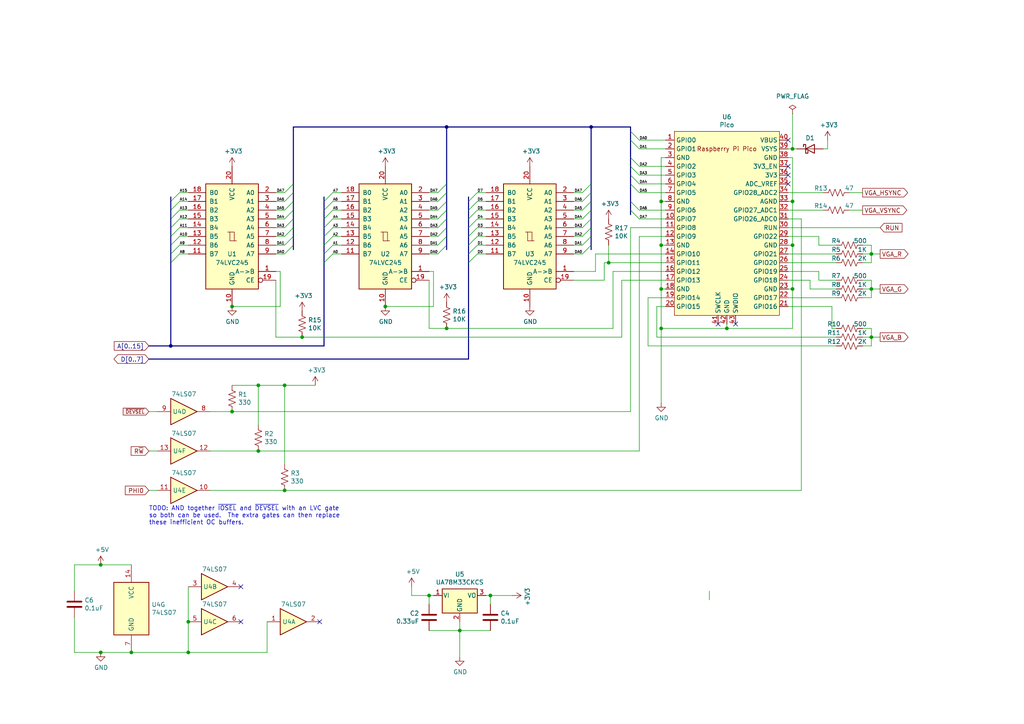
<source format=kicad_sch>
(kicad_sch (version 20211123) (generator eeschema)
  (paper "A4")
  (title_block (title "MPF-II VGA Card") (date "2022-09-07") (rev "A") (comment 1 "Licensed under CERN-OHL-P V2.0 (https://ohwr.org/cern_ohl_p_v2.txt)") (comment 2 "Copyright (c) 2021-2022 Mark Aikens") (comment 3 "Modified for MPF-II: The Random DIY (https://github.com/vitasam/mpf-ii_retro_6502)"))
  (lib_symbols
    (symbol "74xx:74LS07" (pin_names (offset 1.016))
      (property "Reference" "U" (at 0 1.27 0))
      (property "Value" "74LS07" (at 0 -1.27 0))
      (symbol "74LS07_1_0"
        (polyline (pts (xy -3.81 3.81) (xy -3.81 -3.81) (xy 3.81 0) (xy -3.81 3.81)) (stroke (width 0.254)) (fill (type background)))
        (pin input line (at -7.62 0 0) (length 3.81) (name "~") (number "1"))
        (pin open_collector line (at 7.62 0 180) (length 3.81) (name "~") (number "2"))
      )
      (symbol "74LS07_2_0"
        (polyline (pts (xy -3.81 3.81) (xy -3.81 -3.81) (xy 3.81 0) (xy -3.81 3.81)) (stroke (width 0.254)) (fill (type background)))
        (pin input line (at -7.62 0 0) (length 3.81) (name "~") (number "3"))
        (pin open_collector line (at 7.62 0 180) (length 3.81) (name "~") (number "4"))
      )
      (symbol "74LS07_3_0"
        (polyline (pts (xy -3.81 3.81) (xy -3.81 -3.81) (xy 3.81 0) (xy -3.81 3.81)) (stroke (width 0.254)) (fill (type background)))
        (pin input line (at -7.62 0 0) (length 3.81) (name "~") (number "5"))
        (pin open_collector line (at 7.62 0 180) (length 3.81) (name "~") (number "6"))
      )
      (symbol "74LS07_4_0"
        (polyline (pts (xy -3.81 3.81) (xy -3.81 -3.81) (xy 3.81 0) (xy -3.81 3.81)) (stroke (width 0.254)) (fill (type background)))
        (pin open_collector line (at 7.62 0 180) (length 3.81) (name "~") (number "8"))
        (pin input line (at -7.62 0 0) (length 3.81) (name "~") (number "9"))
      )
      (symbol "74LS07_5_0"
        (polyline (pts (xy -3.81 3.81) (xy -3.81 -3.81) (xy 3.81 0) (xy -3.81 3.81)) (stroke (width 0.254)) (fill (type background)))
        (pin open_collector line (at 7.62 0 180) (length 3.81) (name "~") (number "10"))
        (pin input line (at -7.62 0 0) (length 3.81) (name "~") (number "11"))
      )
      (symbol "74LS07_6_0"
        (polyline (pts (xy -3.81 3.81) (xy -3.81 -3.81) (xy 3.81 0) (xy -3.81 3.81)) (stroke (width 0.254)) (fill (type background)))
        (pin open_collector line (at 7.62 0 180) (length 3.81) (name "~") (number "12"))
        (pin input line (at -7.62 0 0) (length 3.81) (name "~") (number "13"))
      )
      (symbol "74LS07_7_0"
        (pin power_in line (at 0 12.7 270) (length 5.08) (name "VCC") (number "14"))
        (pin power_in line (at 0 -12.7 90) (length 5.08) (name "GND") (number "7"))
      )
      (symbol "74LS07_7_1"
        (rectangle (start -5.08 7.62) (end 5.08 -7.62) (stroke (width 0.254)) (fill (type background)))
      )
    )
    (symbol "74xx:74LS245" (pin_names (offset 1.016))
      (property "Reference" "U" (at -7.62 16.51 0))
      (property "Value" "74LS245" (at -7.62 -16.51 0))
      (symbol "74LS245_1_0"
        (polyline (pts (xy -0.635 -1.27) (xy -0.635 1.27) (xy 0.635 1.27)))
        (polyline (pts (xy -1.27 -1.27) (xy 0.635 -1.27) (xy 0.635 1.27) (xy 1.27 1.27)))
        (pin input line (at -12.7 -10.16 0) (length 5.08) (name "A->B") (number "1"))
        (pin power_in line (at 0 -20.32 90) (length 5.08) (name "GND") (number "10"))
        (pin tri_state line (at 12.7 -5.08 180) (length 5.08) (name "B7") (number "11"))
        (pin tri_state line (at 12.7 -2.54 180) (length 5.08) (name "B6") (number "12"))
        (pin tri_state line (at 12.7 0 180) (length 5.08) (name "B5") (number "13"))
        (pin tri_state line (at 12.7 2.54 180) (length 5.08) (name "B4") (number "14"))
        (pin tri_state line (at 12.7 5.08 180) (length 5.08) (name "B3") (number "15"))
        (pin tri_state line (at 12.7 7.62 180) (length 5.08) (name "B2") (number "16"))
        (pin tri_state line (at 12.7 10.16 180) (length 5.08) (name "B1") (number "17"))
        (pin tri_state line (at 12.7 12.7 180) (length 5.08) (name "B0") (number "18"))
        (pin input inverted (at -12.7 -12.7 0) (length 5.08) (name "CE") (number "19"))
        (pin tri_state line (at -12.7 12.7 0) (length 5.08) (name "A0") (number "2"))
        (pin power_in line (at 0 20.32 270) (length 5.08) (name "VCC") (number "20"))
        (pin tri_state line (at -12.7 10.16 0) (length 5.08) (name "A1") (number "3"))
        (pin tri_state line (at -12.7 7.62 0) (length 5.08) (name "A2") (number "4"))
        (pin tri_state line (at -12.7 5.08 0) (length 5.08) (name "A3") (number "5"))
        (pin tri_state line (at -12.7 2.54 0) (length 5.08) (name "A4") (number "6"))
        (pin tri_state line (at -12.7 0 0) (length 5.08) (name "A5") (number "7"))
        (pin tri_state line (at -12.7 -2.54 0) (length 5.08) (name "A6") (number "8"))
        (pin tri_state line (at -12.7 -5.08 0) (length 5.08) (name "A7") (number "9"))
      )
      (symbol "74LS245_1_1"
        (rectangle (start -7.62 15.24) (end 7.62 -15.24) (stroke (width 0.254)) (fill (type background)))
      )
    )
    (symbol "AppleVGA-rescue:+3.3V-power" (power) (pin_names (offset 0))
      (property "Value" "+3.3V-power" (at 0 3.556 0))
      (symbol "+3.3V-power_0_1"
        (polyline (pts (xy -0.762 1.27) (xy 0 2.54)))
        (polyline (pts (xy 0 0) (xy 0 2.54)))
        (polyline (pts (xy 0 2.54) (xy 0.762 1.27)))
      )
      (symbol "+3.3V-power_1_1"
        (pin power_in line (at 0 0 90) (length 0) hide (name "+3V3") (number "1"))
      )
    )
    (symbol "AppleVGA-rescue:Pico-MCU_RaspberryPi_and_Boards"
      (property "Reference" "U" (at -13.97 27.94 0))
      (property "Value" "Pico-MCU_RaspberryPi_and_Boards" (at 0 19.05 0))
      (symbol "Pico-MCU_RaspberryPi_and_Boards_0_0"
        (text "Raspberry Pi Pico" (at 0 21.59 0) (effects (font (size 1.27 1.27))))
      )
      (symbol "Pico-MCU_RaspberryPi_and_Boards_0_1"
        (rectangle (start -15.24 26.67) (end 15.24 -26.67) (fill (type background)))
      )
      (symbol "Pico-MCU_RaspberryPi_and_Boards_1_1"
        (pin bidirectional line (at -17.78 24.13 0) (length 2.54) (name "GPIO0") (number "1"))
        (pin bidirectional line (at -17.78 1.27 0) (length 2.54) (name "GPIO7") (number "10"))
        (pin bidirectional line (at -17.78 -1.27 0) (length 2.54) (name "GPIO8") (number "11"))
        (pin bidirectional line (at -17.78 -3.81 0) (length 2.54) (name "GPIO9") (number "12"))
        (pin power_in line (at -17.78 -6.35 0) (length 2.54) (name "GND") (number "13"))
        (pin bidirectional line (at -17.78 -8.89 0) (length 2.54) (name "GPIO10") (number "14"))
        (pin bidirectional line (at -17.78 -11.43 0) (length 2.54) (name "GPIO11") (number "15"))
        (pin bidirectional line (at -17.78 -13.97 0) (length 2.54) (name "GPIO12") (number "16"))
        (pin bidirectional line (at -17.78 -16.51 0) (length 2.54) (name "GPIO13") (number "17"))
        (pin power_in line (at -17.78 -19.05 0) (length 2.54) (name "GND") (number "18"))
        (pin bidirectional line (at -17.78 -21.59 0) (length 2.54) (name "GPIO14") (number "19"))
        (pin bidirectional line (at -17.78 21.59 0) (length 2.54) (name "GPIO1") (number "2"))
        (pin bidirectional line (at -17.78 -24.13 0) (length 2.54) (name "GPIO15") (number "20"))
        (pin bidirectional line (at 17.78 -24.13 180) (length 2.54) (name "GPIO16") (number "21"))
        (pin bidirectional line (at 17.78 -21.59 180) (length 2.54) (name "GPIO17") (number "22"))
        (pin power_in line (at 17.78 -19.05 180) (length 2.54) (name "GND") (number "23"))
        (pin bidirectional line (at 17.78 -16.51 180) (length 2.54) (name "GPIO18") (number "24"))
        (pin bidirectional line (at 17.78 -13.97 180) (length 2.54) (name "GPIO19") (number "25"))
        (pin bidirectional line (at 17.78 -11.43 180) (length 2.54) (name "GPIO20") (number "26"))
        (pin bidirectional line (at 17.78 -8.89 180) (length 2.54) (name "GPIO21") (number "27"))
        (pin power_in line (at 17.78 -6.35 180) (length 2.54) (name "GND") (number "28"))
        (pin bidirectional line (at 17.78 -3.81 180) (length 2.54) (name "GPIO22") (number "29"))
        (pin power_in line (at -17.78 19.05 0) (length 2.54) (name "GND") (number "3"))
        (pin input line (at 17.78 -1.27 180) (length 2.54) (name "RUN") (number "30"))
        (pin bidirectional line (at 17.78 1.27 180) (length 2.54) (name "GPIO26_ADC0") (number "31"))
        (pin bidirectional line (at 17.78 3.81 180) (length 2.54) (name "GPIO27_ADC1") (number "32"))
        (pin power_in line (at 17.78 6.35 180) (length 2.54) (name "AGND") (number "33"))
        (pin bidirectional line (at 17.78 8.89 180) (length 2.54) (name "GPIO28_ADC2") (number "34"))
        (pin power_in line (at 17.78 11.43 180) (length 2.54) (name "ADC_VREF") (number "35"))
        (pin power_in line (at 17.78 13.97 180) (length 2.54) (name "3V3") (number "36"))
        (pin input line (at 17.78 16.51 180) (length 2.54) (name "3V3_EN") (number "37"))
        (pin bidirectional line (at 17.78 19.05 180) (length 2.54) (name "GND") (number "38"))
        (pin power_in line (at 17.78 21.59 180) (length 2.54) (name "VSYS") (number "39"))
        (pin bidirectional line (at -17.78 16.51 0) (length 2.54) (name "GPIO2") (number "4"))
        (pin power_in line (at 17.78 24.13 180) (length 2.54) (name "VBUS") (number "40"))
        (pin input line (at -2.54 -29.21 90) (length 2.54) (name "SWCLK") (number "41"))
        (pin power_in line (at 0 -29.21 90) (length 2.54) (name "GND") (number "42"))
        (pin bidirectional line (at 2.54 -29.21 90) (length 2.54) (name "SWDIO") (number "43"))
        (pin bidirectional line (at -17.78 13.97 0) (length 2.54) (name "GPIO3") (number "5"))
        (pin bidirectional line (at -17.78 11.43 0) (length 2.54) (name "GPIO4") (number "6"))
        (pin bidirectional line (at -17.78 8.89 0) (length 2.54) (name "GPIO5") (number "7"))
        (pin power_in line (at -17.78 6.35 0) (length 2.54) (name "GND") (number "8"))
        (pin bidirectional line (at -17.78 3.81 0) (length 2.54) (name "GPIO6") (number "9"))
      )
    )
    (symbol "Device:C" (pin_numbers hide) (pin_names (offset 0.254))
      (property "Reference" "C" (at 0.635 2.54 0))
      (property "Value" "C" (at 0.635 -2.54 0))
      (symbol "C_0_1"
        (polyline (pts (xy -2.032 -0.762) (xy 2.032 -0.762)) (stroke (width 0.508)))
        (polyline (pts (xy -2.032 0.762) (xy 2.032 0.762)) (stroke (width 0.508)))
      )
      (symbol "C_1_1"
        (pin passive line (at 0 3.81 270) (length 2.794) (name "~") (number "1"))
        (pin passive line (at 0 -3.81 90) (length 2.794) (name "~") (number "2"))
      )
    )
    (symbol "Device:D_Schottky" (pin_numbers hide) (pin_names (offset 1.016) hide)
      (property "Reference" "D" (at 0 2.54 0))
      (property "Value" "D_Schottky" (at 0 -2.54 0))
      (symbol "D_Schottky_0_1"
        (polyline (pts (xy 1.27 0) (xy -1.27 0)))
        (polyline (pts (xy 1.27 1.27) (xy 1.27 -1.27) (xy -1.27 0) (xy 1.27 1.27)) (stroke (width 0.254)))
        (polyline (pts (xy -1.905 0.635) (xy -1.905 1.27) (xy -1.27 1.27) (xy -1.27 -1.27) (xy -0.635 -1.27) (xy -0.635 -0.635)) (stroke (width 0.254)))
      )
      (symbol "D_Schottky_1_1"
        (pin passive line (at -3.81 0 0) (length 2.54) (name "K") (number "1"))
        (pin passive line (at 3.81 0 180) (length 2.54) (name "A") (number "2"))
      )
    )
    (symbol "Device:R_US" (pin_numbers hide) (pin_names (offset 0))
      (property "Reference" "R" (at 2.54 0 90))
      (property "Value" "R_US" (at -2.54 0 90))
      (symbol "R_US_0_1"
        (polyline (pts (xy 0 -2.286) (xy 0 -2.54)))
        (polyline (pts (xy 0 2.286) (xy 0 2.54)))
        (polyline (pts (xy 0 -0.762) (xy 1.016 -1.143) (xy 0 -1.524) (xy -1.016 -1.905) (xy 0 -2.286)))
        (polyline (pts (xy 0 0.762) (xy 1.016 0.381) (xy 0 0) (xy -1.016 -0.381) (xy 0 -0.762)))
        (polyline (pts (xy 0 2.286) (xy 1.016 1.905) (xy 0 1.524) (xy -1.016 1.143) (xy 0 0.762)))
      )
      (symbol "R_US_1_1"
        (pin passive line (at 0 3.81 270) (length 1.27) (name "~") (number "1"))
        (pin passive line (at 0 -3.81 90) (length 1.27) (name "~") (number "2"))
      )
    )
    (symbol "Regulator_Linear:LF33_TO220" (pin_names (offset 0.254))
      (property "Reference" "U" (at -3.81 3.175 0))
      (property "Value" "LF33_TO220" (at 0 3.175 0))
      (symbol "LF33_TO220_0_1"
        (rectangle (start -5.08 1.905) (end 5.08 -5.08) (stroke (width 0.254)) (fill (type background)))
      )
      (symbol "LF33_TO220_1_1"
        (pin power_in line (at -7.62 0 0) (length 2.54) (name "VI") (number "1"))
        (pin power_in line (at 0 -7.62 90) (length 2.54) (name "GND") (number "2"))
        (pin power_out line (at 7.62 0 180) (length 2.54) (name "VO") (number "3"))
      )
    )
    (symbol "power:+5V" (power) (pin_names (offset 0))
      (property "Value" "+5V" (at 0 3.556 0))
      (symbol "+5V_0_1"
        (polyline (pts (xy -0.762 1.27) (xy 0 2.54)))
        (polyline (pts (xy 0 0) (xy 0 2.54)))
        (polyline (pts (xy 0 2.54) (xy 0.762 1.27)))
      )
      (symbol "+5V_1_1"
        (pin power_in line (at 0 0 90) (length 0) hide (name "+5V") (number "1"))
      )
    )
    (symbol "power:GND" (power) (pin_names (offset 0))
      (property "Value" "GND" (at 0 -3.81 0))
      (symbol "GND_0_1"
        (polyline (pts (xy 0 0) (xy 0 -1.27) (xy 1.27 -1.27) (xy 0 -2.54) (xy -1.27 -1.27) (xy 0 -1.27)))
      )
      (symbol "GND_1_1"
        (pin power_in line (at 0 0 270) (length 0) hide (name "GND") (number "1"))
      )
    )
    (symbol "power:PWR_FLAG" (power) (pin_numbers hide) (pin_names (offset 0) hide)
      (property "Value" "PWR_FLAG" (at 0 3.81 0))
      (symbol "PWR_FLAG_0_0"
        (pin power_out line (at 0 0 90) (length 0) (name "pwr") (number "1"))
      )
      (symbol "PWR_FLAG_0_1"
        (polyline (pts (xy 0 0) (xy 0 1.27) (xy -1.016 1.905) (xy 0 2.54) (xy 1.016 1.905) (xy 0 1.27)))
      )
    )
  )
  (junction (at 38.1 189.23))
  (junction (at 74.93 111.76))
  (junction (at 67.31 88.9))
  (junction (at 129.54 36.83))
  (junction (at 142.24 172.72))
  (junction (at 54.61 180.34))
  (junction (at 49.53 100.33))
  (junction (at 87.63 97.79))
  (junction (at 176.53 76.2))
  (junction (at 191.77 58.42))
  (junction (at 191.77 95.25))
  (junction (at 252.73 83.82))
  (junction (at 29.21 163.83))
  (junction (at 191.77 83.82))
  (junction (at 191.77 71.12))
  (junction (at 82.55 142.24))
  (junction (at 29.21 189.23))
  (junction (at 229.87 71.12))
  (junction (at 229.87 58.42))
  (junction (at 74.93 130.81))
  (junction (at 210.82 95.25))
  (junction (at 171.45 36.83))
  (junction (at 129.54 95.25))
  (junction (at 124.46 172.72))
  (junction (at 252.73 73.66))
  (junction (at 111.76 88.9))
  (junction (at 82.55 111.76))
  (junction (at 229.87 83.82))
  (junction (at 54.61 189.23))
  (junction (at 67.31 119.38))
  (junction (at 252.73 97.79))
  (junction (at 133.35 182.88))
  (junction (at 229.87 43.18))
  (no_connect (at 228.6 48.26))
  (no_connect (at 213.36 93.98))
  (no_connect (at 228.6 40.64))
  (no_connect (at 69.85 180.34))
  (no_connect (at 228.6 53.34))
  (no_connect (at 92.71 180.34))
  (no_connect (at 69.85 170.18))
  (no_connect (at 208.28 93.98))
  (no_connect (at 228.6 50.8))
  (bus_entry (at 185.42 63.5) (size -2.54 -2.54))
  (bus_entry (at 135.89 63.5) (size 2.54 -2.54))
  (bus_entry (at 49.53 68.58) (size 2.54 -2.54))
  (bus_entry (at 93.98 66.04) (size 2.54 -2.54))
  (bus_entry (at 93.98 68.58) (size 2.54 -2.54))
  (bus_entry (at 185.42 48.26) (size -2.54 -2.54))
  (bus_entry (at 135.89 71.12) (size 2.54 -2.54))
  (bus_entry (at 82.55 55.88) (size 2.54 -2.54))
  (bus_entry (at 127 55.88) (size 2.54 -2.54))
  (bus_entry (at 49.53 63.5) (size 2.54 -2.54))
  (bus_entry (at 127 63.5) (size 2.54 -2.54))
  (bus_entry (at 93.98 58.42) (size 2.54 -2.54))
  (bus_entry (at 185.42 40.64) (size -2.54 -2.54))
  (bus_entry (at 185.42 55.88) (size -2.54 -2.54))
  (bus_entry (at 135.89 66.04) (size 2.54 -2.54))
  (bus_entry (at 127 68.58) (size 2.54 -2.54))
  (bus_entry (at 93.98 73.66) (size 2.54 -2.54))
  (bus_entry (at 185.42 43.18) (size -2.54 -2.54))
  (bus_entry (at 127 71.12) (size 2.54 -2.54))
  (bus_entry (at 49.53 71.12) (size 2.54 -2.54))
  (bus_entry (at 82.55 63.5) (size 2.54 -2.54))
  (bus_entry (at 93.98 71.12) (size 2.54 -2.54))
  (bus_entry (at 168.91 58.42) (size 2.54 -2.54))
  (bus_entry (at 168.91 68.58) (size 2.54 -2.54))
  (bus_entry (at 135.89 76.2) (size 2.54 -2.54))
  (bus_entry (at 93.98 63.5) (size 2.54 -2.54))
  (bus_entry (at 168.91 66.04) (size 2.54 -2.54))
  (bus_entry (at 82.55 60.96) (size 2.54 -2.54))
  (bus_entry (at 185.42 50.8) (size -2.54 -2.54))
  (bus_entry (at 168.91 60.96) (size 2.54 -2.54))
  (bus_entry (at 127 73.66) (size 2.54 -2.54))
  (bus_entry (at 127 60.96) (size 2.54 -2.54))
  (bus_entry (at 135.89 68.58) (size 2.54 -2.54))
  (bus_entry (at 135.89 58.42) (size 2.54 -2.54))
  (bus_entry (at 82.55 68.58) (size 2.54 -2.54))
  (bus_entry (at 135.89 60.96) (size 2.54 -2.54))
  (bus_entry (at 82.55 58.42) (size 2.54 -2.54))
  (bus_entry (at 49.53 73.66) (size 2.54 -2.54))
  (bus_entry (at 168.91 71.12) (size 2.54 -2.54))
  (bus_entry (at 93.98 60.96) (size 2.54 -2.54))
  (bus_entry (at 82.55 71.12) (size 2.54 -2.54))
  (bus_entry (at 185.42 60.96) (size -2.54 -2.54))
  (bus_entry (at 185.42 53.34) (size -2.54 -2.54))
  (bus_entry (at 82.55 66.04) (size 2.54 -2.54))
  (bus_entry (at 49.53 66.04) (size 2.54 -2.54))
  (bus_entry (at 168.91 55.88) (size 2.54 -2.54))
  (bus_entry (at 93.98 76.2) (size 2.54 -2.54))
  (bus_entry (at 82.55 73.66) (size 2.54 -2.54))
  (bus_entry (at 168.91 73.66) (size 2.54 -2.54))
  (bus_entry (at 127 58.42) (size 2.54 -2.54))
  (bus_entry (at 135.89 73.66) (size 2.54 -2.54))
  (bus_entry (at 127 66.04) (size 2.54 -2.54))
  (bus_entry (at 168.91 63.5) (size 2.54 -2.54))
  (bus_entry (at 49.53 76.2) (size 2.54 -2.54))
  (bus_entry (at 49.53 60.96) (size 2.54 -2.54))
  (bus_entry (at 49.53 58.42) (size 2.54 -2.54))
  (wire (pts (xy 29.21 189.23) (xy 38.1 189.23)))
  (wire (pts (xy 172.72 73.66) (xy 193.04 73.66)))
  (wire (pts (xy 229.87 83.82) (xy 229.87 71.12)))
  (bus (pts (xy 182.88 36.83) (xy 182.88 38.1)))
  (wire (pts (xy 250.19 81.28) (xy 252.73 81.28)))
  (bus (pts (xy 93.98 63.5) (xy 93.98 66.04)))
  (wire (pts (xy 52.07 68.58) (xy 54.61 68.58)))
  (bus (pts (xy 135.89 66.04) (xy 135.89 68.58)))
  (wire (pts (xy 77.47 189.23) (xy 77.47 180.34)))
  (wire (pts (xy 252.73 81.28) (xy 252.73 83.82)))
  (bus (pts (xy 85.09 36.83) (xy 129.54 36.83)))
  (wire (pts (xy 228.6 73.66) (xy 242.57 73.66)))
  (wire (pts (xy 45.72 142.24) (xy 43.18 142.24)))
  (wire (pts (xy 252.73 83.82) (xy 250.19 83.82)))
  (wire (pts (xy 255.27 73.66) (xy 252.73 73.66)))
  (bus (pts (xy 182.88 58.42) (xy 182.88 60.96)))
  (bus (pts (xy 135.89 76.2) (xy 135.89 104.14)))
  (bus (pts (xy 129.54 63.5) (xy 129.54 66.04)))
  (wire (pts (xy 229.87 71.12) (xy 228.6 71.12)))
  (wire (pts (xy 140.97 71.12) (xy 138.43 71.12)))
  (wire (pts (xy 140.97 172.72) (xy 142.24 172.72)))
  (wire (pts (xy 191.77 95.25) (xy 191.77 83.82)))
  (wire (pts (xy 242.57 81.28) (xy 237.49 81.28)))
  (wire (pts (xy 54.61 180.34) (xy 54.61 189.23)))
  (wire (pts (xy 166.37 81.28) (xy 175.26 81.28)))
  (wire (pts (xy 190.5 88.9) (xy 193.04 88.9)))
  (wire (pts (xy 185.42 63.5) (xy 193.04 63.5)))
  (wire (pts (xy 82.55 73.66) (xy 80.01 73.66)))
  (wire (pts (xy 82.55 111.76) (xy 82.55 134.62)))
  (wire (pts (xy 228.6 76.2) (xy 242.57 76.2)))
  (wire (pts (xy 191.77 83.82) (xy 191.77 71.12)))
  (wire (pts (xy 99.06 71.12) (xy 96.52 71.12)))
  (bus (pts (xy 135.89 71.12) (xy 135.89 73.66)))
  (wire (pts (xy 237.49 71.12) (xy 237.49 68.58)))
  (wire (pts (xy 140.97 58.42) (xy 138.43 58.42)))
  (bus (pts (xy 182.88 50.8) (xy 182.88 53.34)))
  (wire (pts (xy 176.53 76.2) (xy 193.04 76.2)))
  (wire (pts (xy 140.97 55.88) (xy 138.43 55.88)))
  (wire (pts (xy 80.01 97.79) (xy 87.63 97.79)))
  (wire (pts (xy 60.96 119.38) (xy 67.31 119.38)))
  (wire (pts (xy 127 68.58) (xy 124.46 68.58)))
  (wire (pts (xy 250.19 55.88) (xy 246.38 55.88)))
  (wire (pts (xy 52.07 71.12) (xy 54.61 71.12)))
  (wire (pts (xy 252.73 86.36) (xy 252.73 83.82)))
  (bus (pts (xy 182.88 40.64) (xy 182.88 45.72)))
  (wire (pts (xy 176.53 71.12) (xy 176.53 76.2)))
  (wire (pts (xy 129.54 95.25) (xy 177.8 95.25)))
  (bus (pts (xy 129.54 66.04) (xy 129.54 68.58)))
  (bus (pts (xy 171.45 36.83) (xy 182.88 36.83)))
  (wire (pts (xy 52.07 63.5) (xy 54.61 63.5)))
  (wire (pts (xy 80.01 71.12) (xy 82.55 71.12)))
  (wire (pts (xy 185.42 68.58) (xy 193.04 68.58)))
  (bus (pts (xy 182.88 53.34) (xy 182.88 58.42)))
  (bus (pts (xy 129.54 36.83) (xy 171.45 36.83)))
  (wire (pts (xy 185.42 60.96) (xy 193.04 60.96)))
  (wire (pts (xy 124.46 95.25) (xy 129.54 95.25)))
  (wire (pts (xy 241.3 95.25) (xy 242.57 95.25)))
  (wire (pts (xy 52.07 73.66) (xy 54.61 73.66)))
  (wire (pts (xy 99.06 58.42) (xy 96.52 58.42)))
  (wire (pts (xy 255.27 97.79) (xy 252.73 97.79)))
  (wire (pts (xy 140.97 68.58) (xy 138.43 68.58)))
  (wire (pts (xy 234.95 81.28) (xy 228.6 81.28)))
  (wire (pts (xy 252.73 97.79) (xy 250.19 97.79)))
  (wire (pts (xy 191.77 58.42) (xy 193.04 58.42)))
  (wire (pts (xy 168.91 66.04) (xy 166.37 66.04)))
  (bus (pts (xy 49.53 68.58) (xy 49.53 71.12)))
  (wire (pts (xy 205.74 171.45) (xy 205.74 173.99)))
  (wire (pts (xy 99.06 60.96) (xy 96.52 60.96)))
  (wire (pts (xy 52.07 60.96) (xy 54.61 60.96)))
  (wire (pts (xy 250.19 76.2) (xy 252.73 76.2)))
  (wire (pts (xy 87.63 97.79) (xy 180.34 97.79)))
  (wire (pts (xy 193.04 50.8) (xy 185.42 50.8)))
  (wire (pts (xy 250.19 100.33) (xy 252.73 100.33)))
  (wire (pts (xy 124.46 172.72) (xy 119.38 172.72)))
  (wire (pts (xy 185.42 53.34) (xy 193.04 53.34)))
  (bus (pts (xy 171.45 63.5) (xy 171.45 66.04)))
  (wire (pts (xy 124.46 81.28) (xy 124.46 95.25)))
  (wire (pts (xy 168.91 71.12) (xy 166.37 71.12)))
  (bus (pts (xy 85.09 55.88) (xy 85.09 58.42)))
  (wire (pts (xy 82.55 55.88) (xy 80.01 55.88)))
  (wire (pts (xy 185.42 55.88) (xy 193.04 55.88)))
  (wire (pts (xy 187.96 86.36) (xy 193.04 86.36)))
  (wire (pts (xy 82.55 66.04) (xy 80.01 66.04)))
  (wire (pts (xy 240.03 40.64) (xy 240.03 43.18)))
  (bus (pts (xy 85.09 53.34) (xy 85.09 55.88)))
  (wire (pts (xy 168.91 58.42) (xy 166.37 58.42)))
  (bus (pts (xy 93.98 68.58) (xy 93.98 71.12)))
  (bus (pts (xy 85.09 66.04) (xy 85.09 68.58)))
  (wire (pts (xy 166.37 73.66) (xy 168.91 73.66)))
  (wire (pts (xy 190.5 97.79) (xy 242.57 97.79)))
  (wire (pts (xy 166.37 78.74) (xy 172.72 78.74)))
  (wire (pts (xy 142.24 172.72) (xy 142.24 175.26)))
  (wire (pts (xy 67.31 119.38) (xy 182.88 119.38)))
  (wire (pts (xy 82.55 63.5) (xy 80.01 63.5)))
  (wire (pts (xy 133.35 182.88) (xy 133.35 190.5)))
  (wire (pts (xy 210.82 95.25) (xy 229.87 95.25)))
  (wire (pts (xy 187.96 100.33) (xy 242.57 100.33)))
  (wire (pts (xy 127 71.12) (xy 124.46 71.12)))
  (bus (pts (xy 171.45 55.88) (xy 171.45 58.42)))
  (bus (pts (xy 129.54 36.83) (xy 129.54 53.34)))
  (wire (pts (xy 67.31 111.76) (xy 74.93 111.76)))
  (wire (pts (xy 99.06 55.88) (xy 96.52 55.88)))
  (bus (pts (xy 49.53 100.33) (xy 93.98 100.33)))
  (bus (pts (xy 182.88 48.26) (xy 182.88 50.8)))
  (wire (pts (xy 191.77 71.12) (xy 191.77 58.42)))
  (wire (pts (xy 140.97 66.04) (xy 138.43 66.04)))
  (wire (pts (xy 125.73 172.72) (xy 124.46 172.72)))
  (wire (pts (xy 29.21 163.83) (xy 38.1 163.83)))
  (wire (pts (xy 180.34 81.28) (xy 193.04 81.28)))
  (wire (pts (xy 52.07 55.88) (xy 54.61 55.88)))
  (bus (pts (xy 93.98 58.42) (xy 93.98 60.96)))
  (wire (pts (xy 80.01 78.74) (xy 81.28 78.74)))
  (wire (pts (xy 127 73.66) (xy 124.46 73.66)))
  (wire (pts (xy 99.06 66.04) (xy 96.52 66.04)))
  (wire (pts (xy 99.06 63.5) (xy 96.52 63.5)))
  (wire (pts (xy 133.35 182.88) (xy 133.35 180.34)))
  (bus (pts (xy 135.89 57.15) (xy 135.89 58.42)))
  (wire (pts (xy 74.93 111.76) (xy 74.93 123.19)))
  (wire (pts (xy 82.55 142.24) (xy 232.41 142.24)))
  (wire (pts (xy 250.19 86.36) (xy 252.73 86.36)))
  (bus (pts (xy 135.89 58.42) (xy 135.89 60.96)))
  (wire (pts (xy 82.55 60.96) (xy 80.01 60.96)))
  (wire (pts (xy 234.95 83.82) (xy 242.57 83.82)))
  (wire (pts (xy 241.3 88.9) (xy 241.3 95.25)))
  (wire (pts (xy 74.93 111.76) (xy 82.55 111.76)))
  (bus (pts (xy 129.54 58.42) (xy 129.54 60.96)))
  (wire (pts (xy 185.42 68.58) (xy 185.42 130.81)))
  (bus (pts (xy 93.98 57.15) (xy 93.98 58.42)))
  (wire (pts (xy 237.49 78.74) (xy 228.6 78.74)))
  (bus (pts (xy 182.88 60.96) (xy 182.88 62.23)))
  (wire (pts (xy 237.49 81.28) (xy 237.49 78.74)))
  (wire (pts (xy 127 63.5) (xy 124.46 63.5)))
  (wire (pts (xy 252.73 95.25) (xy 252.73 97.79)))
  (wire (pts (xy 191.77 58.42) (xy 191.77 45.72)))
  (wire (pts (xy 210.82 95.25) (xy 210.82 93.98)))
  (wire (pts (xy 237.49 68.58) (xy 228.6 68.58)))
  (wire (pts (xy 229.87 45.72) (xy 228.6 45.72)))
  (wire (pts (xy 140.97 63.5) (xy 138.43 63.5)))
  (wire (pts (xy 127 66.04) (xy 124.46 66.04)))
  (bus (pts (xy 93.98 60.96) (xy 93.98 63.5)))
  (wire (pts (xy 175.26 76.2) (xy 175.26 81.28)))
  (wire (pts (xy 38.1 189.23) (xy 54.61 189.23)))
  (bus (pts (xy 171.45 58.42) (xy 171.45 60.96)))
  (wire (pts (xy 52.07 66.04) (xy 54.61 66.04)))
  (wire (pts (xy 241.3 88.9) (xy 228.6 88.9)))
  (bus (pts (xy 135.89 73.66) (xy 135.89 76.2)))
  (wire (pts (xy 125.73 88.9) (xy 111.76 88.9)))
  (wire (pts (xy 187.96 100.33) (xy 187.96 86.36)))
  (bus (pts (xy 135.89 68.58) (xy 135.89 71.12)))
  (bus (pts (xy 43.18 100.33) (xy 49.53 100.33)))
  (wire (pts (xy 74.93 130.81) (xy 185.42 130.81)))
  (bus (pts (xy 135.89 60.96) (xy 135.89 63.5)))
  (wire (pts (xy 255.27 83.82) (xy 252.73 83.82)))
  (wire (pts (xy 21.59 163.83) (xy 29.21 163.83)))
  (wire (pts (xy 81.28 78.74) (xy 81.28 88.9)))
  (wire (pts (xy 182.88 66.04) (xy 182.88 119.38)))
  (bus (pts (xy 182.88 45.72) (xy 182.88 48.26)))
  (wire (pts (xy 142.24 182.88) (xy 133.35 182.88)))
  (wire (pts (xy 191.77 45.72) (xy 193.04 45.72)))
  (bus (pts (xy 93.98 66.04) (xy 93.98 68.58)))
  (wire (pts (xy 82.55 68.58) (xy 80.01 68.58)))
  (wire (pts (xy 237.49 71.12) (xy 242.57 71.12)))
  (wire (pts (xy 124.46 172.72) (xy 124.46 175.26)))
  (bus (pts (xy 85.09 60.96) (xy 85.09 63.5)))
  (wire (pts (xy 229.87 58.42) (xy 229.87 45.72)))
  (wire (pts (xy 172.72 73.66) (xy 172.72 78.74)))
  (wire (pts (xy 119.38 172.72) (xy 119.38 170.18)))
  (wire (pts (xy 238.76 60.96) (xy 228.6 60.96)))
  (wire (pts (xy 60.96 130.81) (xy 74.93 130.81)))
  (wire (pts (xy 52.07 58.42) (xy 54.61 58.42)))
  (wire (pts (xy 229.87 43.18) (xy 228.6 43.18)))
  (bus (pts (xy 85.09 68.58) (xy 85.09 71.12)))
  (wire (pts (xy 250.19 71.12) (xy 252.73 71.12)))
  (wire (pts (xy 127 55.88) (xy 124.46 55.88)))
  (bus (pts (xy 129.54 60.96) (xy 129.54 63.5)))
  (wire (pts (xy 252.73 73.66) (xy 250.19 73.66)))
  (wire (pts (xy 81.28 88.9) (xy 67.31 88.9)))
  (wire (pts (xy 229.87 83.82) (xy 228.6 83.82)))
  (bus (pts (xy 49.53 66.04) (xy 49.53 68.58)))
  (bus (pts (xy 85.09 71.12) (xy 85.09 72.39)))
  (wire (pts (xy 45.72 119.38) (xy 43.18 119.38)))
  (bus (pts (xy 49.53 76.2) (xy 49.53 100.33)))
  (wire (pts (xy 228.6 86.36) (xy 242.57 86.36)))
  (wire (pts (xy 177.8 78.74) (xy 193.04 78.74)))
  (wire (pts (xy 229.87 33.02) (xy 229.87 43.18)))
  (wire (pts (xy 240.03 43.18) (xy 238.76 43.18)))
  (bus (pts (xy 49.53 60.96) (xy 49.53 63.5)))
  (wire (pts (xy 21.59 179.07) (xy 21.59 189.23)))
  (wire (pts (xy 234.95 83.82) (xy 234.95 81.28)))
  (wire (pts (xy 140.97 73.66) (xy 138.43 73.66)))
  (wire (pts (xy 140.97 60.96) (xy 138.43 60.96)))
  (wire (pts (xy 191.77 95.25) (xy 210.82 95.25)))
  (wire (pts (xy 229.87 95.25) (xy 229.87 83.82)))
  (bus (pts (xy 129.54 71.12) (xy 129.54 72.39)))
  (bus (pts (xy 171.45 53.34) (xy 171.45 55.88)))
  (wire (pts (xy 232.41 63.5) (xy 228.6 63.5)))
  (bus (pts (xy 49.53 57.15) (xy 49.53 58.42)))
  (wire (pts (xy 124.46 182.88) (xy 133.35 182.88)))
  (wire (pts (xy 175.26 76.2) (xy 176.53 76.2)))
  (bus (pts (xy 43.18 104.14) (xy 135.89 104.14)))
  (bus (pts (xy 171.45 68.58) (xy 171.45 71.12)))
  (wire (pts (xy 191.77 95.25) (xy 191.77 116.84)))
  (wire (pts (xy 228.6 66.04) (xy 255.27 66.04)))
  (wire (pts (xy 252.73 76.2) (xy 252.73 73.66)))
  (wire (pts (xy 142.24 172.72) (xy 148.59 172.72)))
  (wire (pts (xy 182.88 66.04) (xy 193.04 66.04)))
  (wire (pts (xy 80.01 81.28) (xy 80.01 97.79)))
  (wire (pts (xy 82.55 58.42) (xy 80.01 58.42)))
  (wire (pts (xy 231.14 43.18) (xy 229.87 43.18)))
  (bus (pts (xy 93.98 71.12) (xy 93.98 73.66)))
  (wire (pts (xy 168.91 63.5) (xy 166.37 63.5)))
  (bus (pts (xy 85.09 58.42) (xy 85.09 60.96)))
  (wire (pts (xy 21.59 189.23) (xy 29.21 189.23)))
  (wire (pts (xy 125.73 78.74) (xy 125.73 88.9)))
  (bus (pts (xy 85.09 36.83) (xy 85.09 53.34)))
  (bus (pts (xy 49.53 58.42) (xy 49.53 60.96)))
  (bus (pts (xy 93.98 76.2) (xy 93.98 100.33)))
  (wire (pts (xy 168.91 68.58) (xy 166.37 68.58)))
  (wire (pts (xy 127 58.42) (xy 124.46 58.42)))
  (bus (pts (xy 93.98 73.66) (xy 93.98 76.2)))
  (wire (pts (xy 185.42 43.18) (xy 193.04 43.18)))
  (wire (pts (xy 54.61 189.23) (xy 77.47 189.23)))
  (wire (pts (xy 127 60.96) (xy 124.46 60.96)))
  (wire (pts (xy 124.46 78.74) (xy 125.73 78.74)))
  (wire (pts (xy 229.87 71.12) (xy 229.87 58.42)))
  (bus (pts (xy 49.53 63.5) (xy 49.53 66.04)))
  (bus (pts (xy 49.53 73.66) (xy 49.53 76.2)))
  (wire (pts (xy 238.76 55.88) (xy 228.6 55.88)))
  (bus (pts (xy 49.53 71.12) (xy 49.53 73.66)))
  (wire (pts (xy 45.72 130.81) (xy 43.18 130.81)))
  (wire (pts (xy 82.55 111.76) (xy 91.44 111.76)))
  (wire (pts (xy 168.91 60.96) (xy 166.37 60.96)))
  (wire (pts (xy 168.91 55.88) (xy 166.37 55.88)))
  (wire (pts (xy 232.41 142.24) (xy 232.41 63.5)))
  (wire (pts (xy 191.77 83.82) (xy 193.04 83.82)))
  (bus (pts (xy 135.89 63.5) (xy 135.89 66.04)))
  (wire (pts (xy 177.8 95.25) (xy 177.8 78.74)))
  (wire (pts (xy 250.19 95.25) (xy 252.73 95.25)))
  (wire (pts (xy 250.19 60.96) (xy 246.38 60.96)))
  (bus (pts (xy 129.54 55.88) (xy 129.54 58.42)))
  (wire (pts (xy 185.42 48.26) (xy 193.04 48.26)))
  (bus (pts (xy 171.45 60.96) (xy 171.45 63.5)))
  (wire (pts (xy 191.77 71.12) (xy 193.04 71.12)))
  (bus (pts (xy 129.54 68.58) (xy 129.54 71.12)))
  (wire (pts (xy 229.87 58.42) (xy 228.6 58.42)))
  (bus (pts (xy 182.88 38.1) (xy 182.88 40.64)))
  (bus (pts (xy 85.09 63.5) (xy 85.09 66.04)))
  (bus (pts (xy 171.45 66.04) (xy 171.45 68.58)))
  (wire (pts (xy 99.06 68.58) (xy 96.52 68.58)))
  (wire (pts (xy 190.5 97.79) (xy 190.5 88.9)))
  (bus (pts (xy 171.45 71.12) (xy 171.45 72.39)))
  (wire (pts (xy 252.73 71.12) (xy 252.73 73.66)))
  (bus (pts (xy 171.45 36.83) (xy 171.45 53.34)))
  (wire (pts (xy 252.73 100.33) (xy 252.73 97.79)))
  (wire (pts (xy 60.96 142.24) (xy 82.55 142.24)))
  (wire (pts (xy 180.34 97.79) (xy 180.34 81.28)))
  (bus (pts (xy 129.54 53.34) (xy 129.54 55.88)))
  (wire (pts (xy 54.61 170.18) (xy 54.61 180.34)))
  (wire (pts (xy 21.59 171.45) (xy 21.59 163.83)))
  (wire (pts (xy 185.42 40.64) (xy 193.04 40.64)))
  (wire (pts (xy 99.06 73.66) (xy 96.52 73.66)))
  (text "TODO: AND together ~{IOSEL} and ~{DEVSEL} with an LVC gate\nso both can be used.  The extra gates can then replace\nthese inefficient OC buffers." (at 43.18 152.4 0) (effects (font (size 1.27 1.27)) (justify left bottom)))
  (label "D4" (at 138.43 63.5 0) (effects (font (size 0.762 0.762))))
  (label "DA7" (at 168.91 55.88 180) (effects (font (size 0.762 0.762))))
  (label "A0" (at 96.52 73.66 0) (effects (font (size 0.762 0.762))))
  (label "DA6" (at 127 58.42 180) (effects (font (size 0.762 0.762))))
  (label "D3" (at 138.43 66.04 0) (effects (font (size 0.762 0.762))))
  (label "DA1" (at 82.55 71.12 180) (effects (font (size 0.762 0.762))))
  (label "A11" (at 52.07 66.04 0) (effects (font (size 0.762 0.762))))
  (label "DA3" (at 185.42 50.8 0) (effects (font (size 0.762 0.762))))
  (label "D6" (at 138.43 58.42 0) (effects (font (size 0.762 0.762))))
  (label "A7" (at 96.52 55.88 0) (effects (font (size 0.762 0.762))))
  (label "A8" (at 52.07 73.66 0) (effects (font (size 0.762 0.762))))
  (label "A2" (at 96.52 68.58 0) (effects (font (size 0.762 0.762))))
  (label "DA5" (at 168.91 60.96 180) (effects (font (size 0.762 0.762))))
  (label "DA7" (at 127 55.88 180) (effects (font (size 0.762 0.762))))
  (label "A15" (at 52.07 55.88 0) (effects (font (size 0.762 0.762))))
  (label "DA0" (at 168.91 73.66 180) (effects (font (size 0.762 0.762))))
  (label "D0" (at 138.43 73.66 0) (effects (font (size 0.762 0.762))))
  (label "DA0" (at 127 73.66 180) (effects (font (size 0.762 0.762))))
  (label "DA4" (at 82.55 63.5 180) (effects (font (size 0.762 0.762))))
  (label "D1" (at 138.43 71.12 0) (effects (font (size 0.762 0.762))))
  (label "A9" (at 52.07 71.12 0) (effects (font (size 0.762 0.762))))
  (label "DA2" (at 185.42 48.26 0) (effects (font (size 0.762 0.762))))
  (label "A6" (at 96.52 58.42 0) (effects (font (size 0.762 0.762))))
  (label "DA0" (at 185.42 40.64 0) (effects (font (size 0.762 0.762))))
  (label "DA0" (at 82.55 73.66 180) (effects (font (size 0.762 0.762))))
  (label "DA2" (at 82.55 68.58 180) (effects (font (size 0.762 0.762))))
  (label "DA4" (at 127 63.5 180) (effects (font (size 0.762 0.762))))
  (label "DA4" (at 185.42 53.34 0) (effects (font (size 0.762 0.762))))
  (label "DA6" (at 168.91 58.42 180) (effects (font (size 0.762 0.762))))
  (label "DA1" (at 185.42 43.18 0) (effects (font (size 0.762 0.762))))
  (label "DA3" (at 127 66.04 180) (effects (font (size 0.762 0.762))))
  (label "A1" (at 96.52 71.12 0) (effects (font (size 0.762 0.762))))
  (label "DA3" (at 82.55 66.04 180) (effects (font (size 0.762 0.762))))
  (label "A14" (at 52.07 58.42 0) (effects (font (size 0.762 0.762))))
  (label "A5" (at 96.52 60.96 0) (effects (font (size 0.762 0.762))))
  (label "DA6" (at 185.42 60.96 0) (effects (font (size 0.762 0.762))))
  (label "D5" (at 138.43 60.96 0) (effects (font (size 0.762 0.762))))
  (label "A4" (at 96.52 63.5 0) (effects (font (size 0.762 0.762))))
  (label "A12" (at 52.07 63.5 0) (effects (font (size 0.762 0.762))))
  (label "DA7" (at 82.55 55.88 180) (effects (font (size 0.762 0.762))))
  (label "A13" (at 52.07 60.96 0) (effects (font (size 0.762 0.762))))
  (label "D2" (at 138.43 68.58 0) (effects (font (size 0.762 0.762))))
  (label "DA5" (at 82.55 60.96 180) (effects (font (size 0.762 0.762))))
  (label "DA5" (at 185.42 55.88 0) (effects (font (size 0.762 0.762))))
  (label "DA4" (at 168.91 63.5 180) (effects (font (size 0.762 0.762))))
  (label "DA5" (at 127 60.96 180) (effects (font (size 0.762 0.762))))
  (label "A10" (at 52.07 68.58 0) (effects (font (size 0.762 0.762))))
  (label "DA6" (at 82.55 58.42 180) (effects (font (size 0.762 0.762))))
  (label "DA1" (at 127 71.12 180) (effects (font (size 0.762 0.762))))
  (label "D7" (at 138.43 55.88 0) (effects (font (size 0.762 0.762))))
  (label "DA1" (at 168.91 71.12 180) (effects (font (size 0.762 0.762))))
  (label "DA2" (at 127 68.58 180) (effects (font (size 0.762 0.762))))
  (label "DA3" (at 168.91 66.04 180) (effects (font (size 0.762 0.762))))
  (label "DA2" (at 168.91 68.58 180) (effects (font (size 0.762 0.762))))
  (label "DA7" (at 185.42 63.5 0) (effects (font (size 0.762 0.762))))
  (label "A3" (at 96.52 66.04 0) (effects (font (size 0.762 0.762))))
  (global_label "D[0..7]" (shape bidirectional) (at 43.18 104.14 180) (property "Intersheet References" "${INTERSHEET_REFS}" (effects hide)))
  (global_label "PHI0" (shape input) (at 43.18 142.24 180) (property "Intersheet References" "${INTERSHEET_REFS}" (effects hide)))
  (global_label "VGA_R" (shape output) (at 255.27 73.66 0) (property "Intersheet References" "${INTERSHEET_REFS}" (effects hide)))
  (global_label "RUN" (shape input) (at 255.27 66.04 0) (property "Intersheet References" "${INTERSHEET_REFS}" (effects hide)))
  (global_label "VGA_VSYNC" (shape output) (at 250.19 60.96 0) (property "Intersheet References" "${INTERSHEET_REFS}" (effects hide)))
  (global_label "R~{W}" (shape input) (at 43.18 130.81 180) (property "Intersheet References" "${INTERSHEET_REFS}" (effects hide)))
  (global_label "A[0..15]" (shape input) (at 43.18 100.33 180) (property "Intersheet References" "${INTERSHEET_REFS}" (effects hide)))
  (global_label "~{DEVSEL}" (shape input) (at 43.18 119.38 180) (effects (font (size 1.016 1.016))) (property "Intersheet References" "${INTERSHEET_REFS}" (effects hide)))
  (global_label "VGA_B" (shape output) (at 255.27 97.79 0) (property "Intersheet References" "${INTERSHEET_REFS}" (effects hide)))
  (global_label "VGA_G" (shape output) (at 255.27 83.82 0) (property "Intersheet References" "${INTERSHEET_REFS}" (effects hide)))
  (global_label "VGA_HSYNC" (shape output) (at 250.19 55.88 0) (property "Intersheet References" "${INTERSHEET_REFS}" (effects hide)))
  (symbol (lib_id "74xx:74LS245") (at 67.31 68.58 0) (mirror y) (unit 1)
    (property "Reference" "U1" (at 67.31 73.66 0))
    (property "Value" "74LVC245" (at 67.31 76.2 0))
    (property "Footprint" "Package_DIP:DIP-20_W7.62mm_Socket" (effects hide))
  )
  (symbol (lib_id "74xx:74LS07") (at 85.09 180.34 0) (unit 1)
    (property "Reference" "U4" (at 83.82 180.34 0))
    (property "Value" "74LS07" (at 85.09 175.26 0))
    (property "Footprint" "Package_DIP:DIP-14_W7.62mm_Socket" (effects hide))
  )
  (symbol (lib_id "74xx:74LS07") (at 38.1 176.53 0) (unit 7)
    (property "Reference" "U4" (at 43.942 175.3616 0) (effects (justify left)))
    (property "Value" "74LS07" (at 43.942 177.673 0) (effects (justify left)))
    (property "Footprint" "Package_DIP:DIP-14_W7.62mm_Socket" (effects hide))
  )
  (symbol (lib_id "74xx:74LS245") (at 111.76 68.58 0) (mirror y) (unit 1)
    (property "Reference" "U2" (at 111.76 73.66 0))
    (property "Value" "74LVC245" (at 111.76 76.2 0))
    (property "Footprint" "Package_DIP:DIP-20_W7.62mm_Socket" (effects hide))
  )
  (symbol (lib_id "74xx:74LS245") (at 153.67 68.58 0) (mirror y) (unit 1)
    (property "Reference" "U3" (at 153.67 73.66 0))
    (property "Value" "74LVC245" (at 153.67 76.2 0))
    (property "Footprint" "Package_DIP:DIP-20_W7.62mm_Socket" (effects hide))
  )
  (symbol (lib_id "AppleVGA-rescue:Pico-MCU_RaspberryPi_and_Boards") (at 210.82 64.77 0) (unit 1)
    (property "Reference" "U6" (at 210.82 33.909 0))
    (property "Value" "Pico" (at 210.82 36.2204 0))
    (property "Footprint" "MCU_RaspberryPi_and_Boards:RPi_Pico_SMD_TH" (effects hide))
  )
  (symbol (lib_id "Device:R_US") (at 74.93 127 0) (unit 1)
    (property "Reference" "R2" (at 76.6572 125.8316 0) (effects (justify left)))
    (property "Value" "330" (at 76.6572 128.143 0) (effects (justify left)))
    (property "Footprint" "Resistor_THT:R_Axial_DIN0207_L6.3mm_D2.5mm_P10.16mm_Horizontal" (effects hide))
  )
  (symbol (lib_id "AppleVGA-rescue:+3.3V-power") (at 67.31 48.26 0) (unit 1)
    (property "Reference" "#PWR0104" (effects hide))
    (property "Value" "+3.3V" (at 67.691 43.8658 0))
  )
  (symbol (lib_id "AppleVGA-rescue:+3.3V-power") (at 111.76 48.26 0) (unit 1)
    (property "Reference" "#PWR0105" (effects hide))
    (property "Value" "+3.3V" (at 112.141 43.8658 0))
  )
  (symbol (lib_id "AppleVGA-rescue:+3.3V-power") (at 153.67 48.26 0) (unit 1)
    (property "Reference" "#PWR0106" (effects hide))
    (property "Value" "+3.3V" (at 154.051 43.8658 0))
  )
  (symbol (lib_id "power:GND") (at 67.31 88.9 0) (unit 1)
    (property "Reference" "#PWR0107" (effects hide))
    (property "Value" "GND" (at 67.437 93.2942 0))
  )
  (symbol (lib_id "power:GND") (at 111.76 88.9 0) (unit 1)
    (property "Reference" "#PWR0108" (effects hide))
    (property "Value" "GND" (at 111.887 93.2942 0))
  )
  (symbol (lib_id "power:GND") (at 153.67 88.9 0) (unit 1)
    (property "Reference" "#PWR0109" (effects hide))
    (property "Value" "GND" (at 153.797 93.2942 0))
  )
  (symbol (lib_id "power:+5V") (at 29.21 163.83 0) (unit 1)
    (property "Reference" "#PWR0110" (effects hide))
    (property "Value" "+5V" (at 29.591 159.4358 0))
  )
  (symbol (lib_id "power:GND") (at 29.21 189.23 0) (unit 1)
    (property "Reference" "#PWR0111" (effects hide))
    (property "Value" "GND" (at 29.337 193.6242 0))
  )
  (symbol (lib_id "AppleVGA-rescue:+3.3V-power") (at 240.03 40.64 0) (unit 1)
    (property "Reference" "#PWR0112" (effects hide))
    (property "Value" "+3.3V" (at 240.411 36.2458 0))
  )
  (symbol (lib_id "Device:D_Schottky") (at 234.95 43.18 0) (unit 1)
    (property "Reference" "D1" (at 234.95 40.005 0))
    (property "Value" "D_Schottky" (effects hide))
    (property "Footprint" "Diode_THT:D_DO-41_SOD81_P10.16mm_Horizontal" (effects hide))
  )
  (symbol (lib_id "74xx:74LS07") (at 62.23 170.18 0) (unit 2)
    (property "Reference" "U4" (at 60.96 170.18 0))
    (property "Value" "74LS07" (at 62.23 165.1 0))
    (property "Footprint" "Package_DIP:DIP-14_W7.62mm_Socket" (effects hide))
  )
  (symbol (lib_id "74xx:74LS07") (at 62.23 180.34 0) (unit 3)
    (property "Reference" "U4" (at 60.96 180.34 0))
    (property "Value" "74LS07" (at 62.23 175.26 0))
    (property "Footprint" "Package_DIP:DIP-14_W7.62mm_Socket" (effects hide))
  )
  (symbol (lib_id "74xx:74LS07") (at 53.34 119.38 0) (unit 4)
    (property "Reference" "U4" (at 52.07 119.38 0))
    (property "Value" "74LS07" (at 53.34 114.3 0))
    (property "Footprint" "Package_DIP:DIP-14_W7.62mm_Socket" (effects hide))
  )
  (symbol (lib_id "74xx:74LS07") (at 53.34 142.24 0) (unit 5)
    (property "Reference" "U4" (at 52.07 142.24 0))
    (property "Value" "74LS07" (at 53.34 137.16 0))
    (property "Footprint" "Package_DIP:DIP-14_W7.62mm_Socket" (effects hide))
  )
  (symbol (lib_id "74xx:74LS07") (at 53.34 130.81 0) (unit 6)
    (property "Reference" "U4" (at 52.07 130.81 0))
    (property "Value" "74LS07" (at 53.34 125.73 0))
    (property "Footprint" "Package_DIP:DIP-14_W7.62mm_Socket" (effects hide))
  )
  (symbol (lib_id "Device:R_US") (at 246.38 100.33 90) (unit 1)
    (property "Reference" "R12" (at 243.84 99.06 90) (effects (justify left)))
    (property "Value" "2K" (at 251.46 99.06 90) (effects (justify left)))
    (property "Footprint" "Resistor_THT:R_Axial_DIN0207_L6.3mm_D2.5mm_P10.16mm_Horizontal" (effects hide))
  )
  (symbol (lib_id "Device:R_US") (at 67.31 115.57 0) (unit 1)
    (property "Reference" "R1" (at 69.0372 114.4016 0) (effects (justify left)))
    (property "Value" "330" (at 69.0372 116.713 0) (effects (justify left)))
    (property "Footprint" "Resistor_THT:R_Axial_DIN0207_L6.3mm_D2.5mm_P10.16mm_Horizontal" (effects hide))
  )
  (symbol (lib_id "Device:R_US") (at 246.38 97.79 90) (unit 1)
    (property "Reference" "R11" (at 243.84 96.52 90) (effects (justify left)))
    (property "Value" "1K" (at 251.46 96.52 90) (effects (justify left)))
    (property "Footprint" "Resistor_THT:R_Axial_DIN0207_L6.3mm_D2.5mm_P10.16mm_Horizontal" (effects hide))
  )
  (symbol (lib_id "Device:R_US") (at 246.38 95.25 90) (unit 1)
    (property "Reference" "R10" (at 243.84 93.98 90) (effects (justify left)))
    (property "Value" "500" (at 251.46 93.98 90) (effects (justify left)))
    (property "Footprint" "Resistor_THT:R_Axial_DIN0207_L6.3mm_D2.5mm_P10.16mm_Horizontal" (effects hide))
  )
  (symbol (lib_id "power:GND") (at 191.77 116.84 0) (unit 1)
    (property "Reference" "#PWR0119" (effects hide))
    (property "Value" "GND" (at 191.897 121.2342 0))
  )
  (symbol (lib_id "Device:R_US") (at 246.38 86.36 90) (unit 1)
    (property "Reference" "R9" (at 243.84 85.09 90) (effects (justify left)))
    (property "Value" "2K" (at 251.46 85.09 90) (effects (justify left)))
    (property "Footprint" "Resistor_THT:R_Axial_DIN0207_L6.3mm_D2.5mm_P10.16mm_Horizontal" (effects hide))
  )
  (symbol (lib_id "Device:R_US") (at 246.38 83.82 90) (unit 1)
    (property "Reference" "R8" (at 243.84 82.55 90) (effects (justify left)))
    (property "Value" "1K" (at 251.46 82.55 90) (effects (justify left)))
    (property "Footprint" "Resistor_THT:R_Axial_DIN0207_L6.3mm_D2.5mm_P10.16mm_Horizontal" (effects hide))
  )
  (symbol (lib_id "Device:R_US") (at 246.38 81.28 90) (unit 1)
    (property "Reference" "R7" (at 243.84 80.01 90) (effects (justify left)))
    (property "Value" "500" (at 251.46 80.01 90) (effects (justify left)))
    (property "Footprint" "Resistor_THT:R_Axial_DIN0207_L6.3mm_D2.5mm_P10.16mm_Horizontal" (effects hide))
  )
  (symbol (lib_id "Device:R_US") (at 246.38 76.2 90) (unit 1)
    (property "Reference" "R6" (at 243.84 74.93 90) (effects (justify left)))
    (property "Value" "2K" (at 251.46 74.93 90) (effects (justify left)))
    (property "Footprint" "Resistor_THT:R_Axial_DIN0207_L6.3mm_D2.5mm_P10.16mm_Horizontal" (effects hide))
  )
  (symbol (lib_id "Device:R_US") (at 246.38 73.66 90) (unit 1)
    (property "Reference" "R5" (at 243.84 72.39 90) (effects (justify left)))
    (property "Value" "1K" (at 251.46 72.39 90) (effects (justify left)))
    (property "Footprint" "Resistor_THT:R_Axial_DIN0207_L6.3mm_D2.5mm_P10.16mm_Horizontal" (effects hide))
  )
  (symbol (lib_id "Device:R_US") (at 246.38 71.12 90) (unit 1)
    (property "Reference" "R4" (at 243.84 69.85 90) (effects (justify left)))
    (property "Value" "500" (at 251.46 69.85 90) (effects (justify left)))
    (property "Footprint" "Resistor_THT:R_Axial_DIN0207_L6.3mm_D2.5mm_P10.16mm_Horizontal" (effects hide))
  )
  (symbol (lib_id "Device:C") (at 21.59 175.26 0) (unit 1)
    (property "Reference" "C6" (at 24.511 174.0916 0) (effects (justify left)))
    (property "Value" "0.1uF" (at 24.511 176.403 0) (effects (justify left)))
    (property "Footprint" "Capacitor_THT:C_Disc_D4.3mm_W1.9mm_P5.00mm" (effects hide))
  )
  (symbol (lib_id "Device:R_US") (at 87.63 93.98 0) (unit 1)
    (property "Reference" "R15" (at 89.3572 92.8116 0) (effects (justify left)))
    (property "Value" "10K" (at 89.3572 95.123 0) (effects (justify left)))
    (property "Footprint" "Resistor_THT:R_Axial_DIN0207_L6.3mm_D2.5mm_P10.16mm_Horizontal" (effects hide))
  )
  (symbol (lib_id "Device:R_US") (at 242.57 60.96 90) (unit 1)
    (property "Reference" "R14" (at 240.03 59.69 90) (effects (justify left)))
    (property "Value" "47" (at 247.65 59.69 90) (effects (justify left)))
    (property "Footprint" "Resistor_THT:R_Axial_DIN0207_L6.3mm_D2.5mm_P10.16mm_Horizontal" (effects hide))
  )
  (symbol (lib_id "Device:R_US") (at 82.55 138.43 0) (unit 1)
    (property "Reference" "R3" (at 84.2772 137.2616 0) (effects (justify left)))
    (property "Value" "330" (at 84.2772 139.573 0) (effects (justify left)))
    (property "Footprint" "Resistor_THT:R_Axial_DIN0207_L6.3mm_D2.5mm_P10.16mm_Horizontal" (effects hide))
  )
  (symbol (lib_id "Device:R_US") (at 242.57 55.88 90) (unit 1)
    (property "Reference" "R13" (at 240.03 54.61 90) (effects (justify left)))
    (property "Value" "47" (at 247.65 54.61 90) (effects (justify left)))
    (property "Footprint" "Resistor_THT:R_Axial_DIN0207_L6.3mm_D2.5mm_P10.16mm_Horizontal" (effects hide))
  )
  (symbol (lib_id "Device:R_US") (at 129.54 91.44 0) (unit 1)
    (property "Reference" "R16" (at 131.2672 90.2716 0) (effects (justify left)))
    (property "Value" "10K" (at 131.2672 92.583 0) (effects (justify left)))
    (property "Footprint" "Resistor_THT:R_Axial_DIN0207_L6.3mm_D2.5mm_P10.16mm_Horizontal" (effects hide))
  )
  (symbol (lib_id "Device:R_US") (at 176.53 67.31 0) (unit 1)
    (property "Reference" "R17" (at 178.2572 66.1416 0) (effects (justify left)))
    (property "Value" "10K" (at 178.2572 68.453 0) (effects (justify left)))
    (property "Footprint" "Resistor_THT:R_Axial_DIN0207_L6.3mm_D2.5mm_P10.16mm_Horizontal" (effects hide))
  )
  (symbol (lib_id "power:GND") (at 133.35 190.5 0) (unit 1)
    (property "Reference" "#PWR0101" (effects hide))
    (property "Value" "GND" (at 133.477 194.8942 0))
  )
  (symbol (lib_id "power:+5V") (at 119.38 170.18 0) (unit 1)
    (property "Reference" "#PWR0102" (effects hide))
    (property "Value" "+5V" (at 119.761 165.7858 0))
  )
  (symbol (lib_id "AppleVGA-rescue:+3.3V-power") (at 148.59 172.72 270) (unit 1)
    (property "Reference" "#PWR0103" (effects hide))
    (property "Value" "+3.3V" (at 152.9842 173.101 0))
  )
  (symbol (lib_id "Regulator_Linear:LF33_TO220") (at 133.35 172.72 0) (unit 1)
    (property "Reference" "U5" (at 133.35 166.5732 0))
    (property "Value" "UA78M33CKCS" (at 133.35 168.8846 0))
    (property "Footprint" "Package_TO_SOT_THT:TO-220-3_Horizontal_TabDown" (effects hide))
  )
  (symbol (lib_id "Device:C") (at 124.46 179.07 0) (mirror x) (unit 1)
    (property "Reference" "C2" (at 121.5644 177.9016 0) (effects (justify right)))
    (property "Value" "0.33uF" (at 121.5644 180.213 0) (effects (justify right)))
    (property "Footprint" "Capacitor_THT:C_Disc_D4.3mm_W1.9mm_P5.00mm" (effects hide))
  )
  (symbol (lib_id "Device:C") (at 142.24 179.07 0) (unit 1)
    (property "Reference" "C4" (at 145.161 177.9016 0) (effects (justify left)))
    (property "Value" "0.1uF" (at 145.161 180.213 0) (effects (justify left)))
    (property "Footprint" "Capacitor_THT:C_Disc_D4.3mm_W1.9mm_P5.00mm" (effects hide))
  )
  (symbol (lib_id "AppleVGA-rescue:+3.3V-power") (at 176.53 63.5 0) (unit 1)
    (property "Reference" "#PWR03" (effects hide))
    (property "Value" "+3.3V" (at 176.911 59.1058 0))
  )
  (symbol (lib_id "AppleVGA-rescue:+3.3V-power") (at 129.54 87.63 0) (unit 1)
    (property "Reference" "#PWR02" (effects hide))
    (property "Value" "+3.3V" (at 129.921 83.2358 0))
  )
  (symbol (lib_id "AppleVGA-rescue:+3.3V-power") (at 87.63 90.17 0) (unit 1)
    (property "Reference" "#PWR01" (effects hide))
    (property "Value" "+3.3V" (at 88.011 85.7758 0))
  )
  (symbol (lib_id "power:PWR_FLAG") (at 229.87 33.02 0) (unit 1)
    (property "Reference" "#FLG03" (effects hide))
    (property "Value" "PWR_FLAG" (at 229.87 27.94 0))
  )
  (symbol (lib_id "AppleVGA-rescue:+3.3V-power") (at 91.44 111.76 0) (unit 1)
    (property "Reference" "#PWR04" (effects hide))
    (property "Value" "+3.3V" (at 91.821 107.3658 0))
  )
  (sheet (at 306.07 12.7) (size 34.29 16.51)
    (property "Sheet name" "Connections" (at 306.07 11.9884 0) (effects (justify left bottom)))
    (property "Sheet file" "AppleVGA_Connections.kicad_sch" (at 306.07 29.7946 0) (effects (justify left top)))
  )
)
</source>
